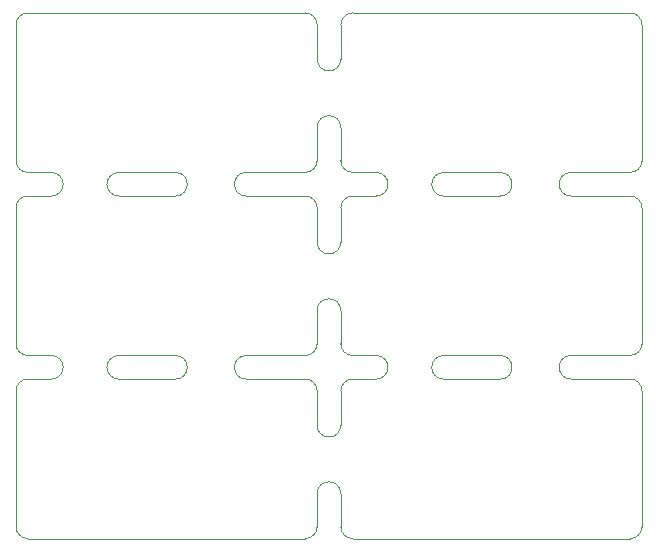
<source format=gbr>
%TF.GenerationSoftware,KiCad,Pcbnew,(5.1.6)-1*%
%TF.CreationDate,2021-08-29T21:48:12-05:00*%
%TF.ProjectId,MicroBrushedESC,4d696372-6f42-4727-9573-686564455343,rev?*%
%TF.SameCoordinates,Original*%
%TF.FileFunction,Profile,NP*%
%FSLAX46Y46*%
G04 Gerber Fmt 4.6, Leading zero omitted, Abs format (unit mm)*
G04 Created by KiCad (PCBNEW (5.1.6)-1) date 2021-08-29 21:48:12*
%MOMM*%
%LPD*%
G01*
G04 APERTURE LIST*
%TA.AperFunction,Profile*%
%ADD10C,0.050000*%
%TD*%
G04 APERTURE END LIST*
D10*
X175500000Y-57200000D02*
X175500000Y-51400000D01*
X175500000Y-72700000D02*
X175500000Y-66900000D01*
X175500000Y-88200000D02*
X175500000Y-82400000D01*
X163500000Y-92000000D02*
X169500000Y-92000000D01*
X153000000Y-92000000D02*
X158700000Y-92000000D01*
X131200000Y-92000000D02*
X125500000Y-92000000D01*
X142000000Y-92000000D02*
X136000000Y-92000000D01*
X175500000Y-88200000D02*
X175500000Y-91000000D01*
X148000000Y-88200000D02*
X148000000Y-91000000D01*
X175500000Y-72700000D02*
X175500000Y-75500000D01*
X148000000Y-72700000D02*
X148000000Y-75500000D01*
X175500000Y-57200000D02*
X175500000Y-60000000D01*
X153000000Y-78500000D02*
X151000000Y-78500000D01*
X125500000Y-78500000D02*
X123500000Y-78500000D01*
X153000000Y-63000000D02*
X151000000Y-63000000D01*
X163500000Y-78500000D02*
X158700000Y-78500000D01*
X136000000Y-78500000D02*
X131200000Y-78500000D01*
X163500000Y-63000000D02*
X158700000Y-63000000D01*
X150000000Y-79500000D02*
X150000000Y-82400000D01*
X150000000Y-64000000D02*
X150000000Y-66900000D01*
X174500000Y-78500000D02*
X169500000Y-78500000D01*
X147000000Y-78500000D02*
X142000000Y-78500000D01*
X174500000Y-63000000D02*
X169500000Y-63000000D01*
X150000000Y-88200000D02*
X150000000Y-91000000D01*
X150000000Y-72700000D02*
X150000000Y-75500000D01*
X158700000Y-92000000D02*
X163500000Y-92000000D01*
X131200000Y-92000000D02*
X136000000Y-92000000D01*
X158700000Y-76500000D02*
X163500000Y-76500000D01*
X131200000Y-76500000D02*
X136000000Y-76500000D01*
X158700000Y-61000000D02*
X163500000Y-61000000D01*
X169500000Y-92000000D02*
X174500000Y-92000000D01*
X142000000Y-92000000D02*
X147000000Y-92000000D01*
X169500000Y-76500000D02*
X174500000Y-76500000D01*
X142000000Y-76500000D02*
X147000000Y-76500000D01*
X169500000Y-61000000D02*
X174500000Y-61000000D01*
X151000000Y-92000000D02*
X153000000Y-92000000D01*
X123500000Y-92000000D02*
X125500000Y-92000000D01*
X151000000Y-76500000D02*
X153000000Y-76500000D01*
X123500000Y-76500000D02*
X125500000Y-76500000D01*
X151000000Y-61000000D02*
X153000000Y-61000000D01*
X175500000Y-79500000D02*
X175500000Y-82400000D01*
X148000000Y-79500000D02*
X148000000Y-82400000D01*
X175500000Y-64000000D02*
X175500000Y-66900000D01*
X148000000Y-64000000D02*
X148000000Y-66900000D01*
X175500000Y-48500000D02*
X175500000Y-51400000D01*
X150000000Y-82400000D02*
G75*
G02*
X148000000Y-82400000I-1000000J0D01*
G01*
X150000000Y-66900000D02*
G75*
G02*
X148000000Y-66900000I-1000000J0D01*
G01*
X148000000Y-88200000D02*
G75*
G02*
X150000000Y-88200000I1000000J0D01*
G01*
X148000000Y-72700000D02*
G75*
G02*
X150000000Y-72700000I1000000J0D01*
G01*
X163500000Y-76500000D02*
G75*
G02*
X163500000Y-78500000I0J-1000000D01*
G01*
X136000000Y-76500000D02*
G75*
G02*
X136000000Y-78500000I0J-1000000D01*
G01*
X163500000Y-61000000D02*
G75*
G02*
X163500000Y-63000000I0J-1000000D01*
G01*
X153000000Y-76500000D02*
G75*
G02*
X154000000Y-77500000I0J-1000000D01*
G01*
X125500000Y-76500000D02*
G75*
G02*
X126500000Y-77500000I0J-1000000D01*
G01*
X153000000Y-61000000D02*
G75*
G02*
X154000000Y-62000000I0J-1000000D01*
G01*
X154000000Y-77500000D02*
G75*
G02*
X153000000Y-78500000I-1000000J0D01*
G01*
X126500000Y-77500000D02*
G75*
G02*
X125500000Y-78500000I-1000000J0D01*
G01*
X154000000Y-62000000D02*
G75*
G02*
X153000000Y-63000000I-1000000J0D01*
G01*
X157700000Y-77500000D02*
G75*
G02*
X158700000Y-76500000I1000000J0D01*
G01*
X130200000Y-77500000D02*
G75*
G02*
X131200000Y-76500000I1000000J0D01*
G01*
X157700000Y-62000000D02*
G75*
G02*
X158700000Y-61000000I1000000J0D01*
G01*
X158700000Y-78500000D02*
G75*
G02*
X157700000Y-77500000I0J1000000D01*
G01*
X131200000Y-78500000D02*
G75*
G02*
X130200000Y-77500000I0J1000000D01*
G01*
X158700000Y-63000000D02*
G75*
G02*
X157700000Y-62000000I0J1000000D01*
G01*
X169500000Y-78500000D02*
G75*
G02*
X169500000Y-76500000I0J1000000D01*
G01*
X142000000Y-78500000D02*
G75*
G02*
X142000000Y-76500000I0J1000000D01*
G01*
X169500000Y-63000000D02*
G75*
G02*
X169500000Y-61000000I0J1000000D01*
G01*
X174500000Y-78500000D02*
G75*
G02*
X175500000Y-79500000I0J-1000000D01*
G01*
X147000000Y-78500000D02*
G75*
G02*
X148000000Y-79500000I0J-1000000D01*
G01*
X174500000Y-63000000D02*
G75*
G02*
X175500000Y-64000000I0J-1000000D01*
G01*
X147000000Y-63000000D02*
G75*
G02*
X148000000Y-64000000I0J-1000000D01*
G01*
X174500000Y-47500000D02*
G75*
G02*
X175500000Y-48500000I0J-1000000D01*
G01*
X175500000Y-91000000D02*
G75*
G02*
X174500000Y-92000000I-1000000J0D01*
G01*
X148000000Y-91000000D02*
G75*
G02*
X147000000Y-92000000I-1000000J0D01*
G01*
X175500000Y-75500000D02*
G75*
G02*
X174500000Y-76500000I-1000000J0D01*
G01*
X148000000Y-75500000D02*
G75*
G02*
X147000000Y-76500000I-1000000J0D01*
G01*
X175500000Y-60000000D02*
G75*
G02*
X174500000Y-61000000I-1000000J0D01*
G01*
X151000000Y-92000000D02*
G75*
G02*
X150000000Y-91000000I0J1000000D01*
G01*
X123500000Y-92000000D02*
G75*
G02*
X122500000Y-91000000I0J1000000D01*
G01*
X151000000Y-76500000D02*
G75*
G02*
X150000000Y-75500000I0J1000000D01*
G01*
X123500000Y-76500000D02*
G75*
G02*
X122500000Y-75500000I0J1000000D01*
G01*
X151000000Y-61000000D02*
G75*
G02*
X150000000Y-60000000I0J1000000D01*
G01*
X122500000Y-91000000D02*
X122500000Y-79500000D01*
X122500000Y-75500000D02*
X122500000Y-64000000D01*
X150000000Y-79500000D02*
G75*
G02*
X151000000Y-78500000I1000000J0D01*
G01*
X122500000Y-79500000D02*
G75*
G02*
X123500000Y-78500000I1000000J0D01*
G01*
X150000000Y-64000000D02*
G75*
G02*
X151000000Y-63000000I1000000J0D01*
G01*
X122500000Y-64000000D02*
G75*
G02*
X123500000Y-63000000I1000000J0D01*
G01*
X150000000Y-48500000D02*
G75*
G02*
X151000000Y-47500000I1000000J0D01*
G01*
X151000000Y-47500000D02*
X174500000Y-47500000D01*
X142000000Y-63000000D02*
G75*
G02*
X142000000Y-61000000I0J1000000D01*
G01*
X131200000Y-63000000D02*
G75*
G02*
X130200000Y-62000000I0J1000000D01*
G01*
X126500000Y-62000000D02*
G75*
G02*
X125500000Y-63000000I-1000000J0D01*
G01*
X136000000Y-61000000D02*
G75*
G02*
X136000000Y-63000000I0J-1000000D01*
G01*
X147000000Y-63000000D02*
X142000000Y-63000000D01*
X136000000Y-63000000D02*
X131200000Y-63000000D01*
X125500000Y-63000000D02*
X123500000Y-63000000D01*
X150000000Y-48500000D02*
X150000000Y-51400000D01*
X150000000Y-57200000D02*
X150000000Y-60000000D01*
X148000000Y-57200000D02*
X148000000Y-60000000D01*
X148000000Y-48500000D02*
X148000000Y-51400000D01*
X142000000Y-61000000D02*
X147000000Y-61000000D01*
X131200000Y-61000000D02*
X136000000Y-61000000D01*
X123500000Y-61000000D02*
X125500000Y-61000000D01*
X148000000Y-57200000D02*
G75*
G02*
X150000000Y-57200000I1000000J0D01*
G01*
X150000000Y-51400000D02*
G75*
G02*
X148000000Y-51400000I-1000000J0D01*
G01*
X130200000Y-62000000D02*
G75*
G02*
X131200000Y-61000000I1000000J0D01*
G01*
X125500000Y-61000000D02*
G75*
G02*
X126500000Y-62000000I0J-1000000D01*
G01*
X148000000Y-60000000D02*
G75*
G02*
X147000000Y-61000000I-1000000J0D01*
G01*
X123500000Y-61000000D02*
G75*
G02*
X122500000Y-60000000I0J1000000D01*
G01*
X122500000Y-48500000D02*
G75*
G02*
X123500000Y-47500000I1000000J0D01*
G01*
X147000000Y-47500000D02*
G75*
G02*
X148000000Y-48500000I0J-1000000D01*
G01*
X122500000Y-60000000D02*
X122500000Y-48500000D01*
X123500000Y-47500000D02*
X147000000Y-47500000D01*
M02*

</source>
